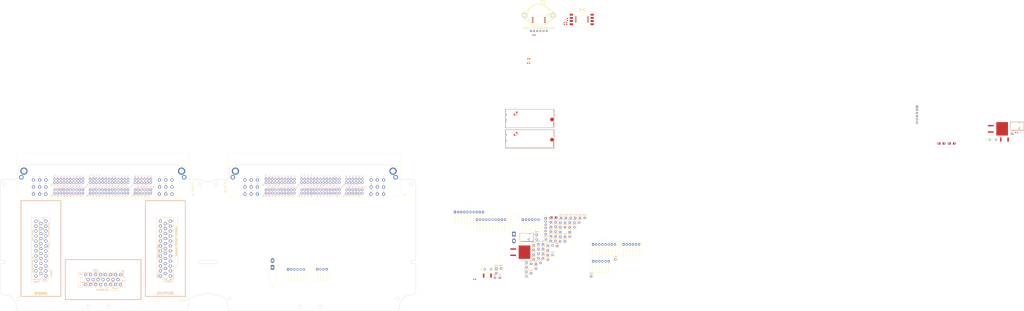
<source format=kicad_pcb>
(kicad_pcb (version 20210824) (generator pcbnew)
  (title_block (title "proteusM73tu") (date "2021-09-26") (rev "a"))
  (layers (0 "F.Cu" signal) (31 "B.Cu" signal) (34 "B.Paste" user) (35 "F.Paste" user) (36 "B.SilkS" user "B.Silkscreen") (37 "F.SilkS" user "F.Silkscreen") (38 "B.Mask" user) (39 "F.Mask" user) (44 "Edge.Cuts" user))
  (net 0 "")
  (net 1 "GND")
  (net 2 "/12V_MR")
  (net 3 "/12V_RAW")
  (net 4 "/WBO_H-")
  (net 5 "/WBO_R_Trim")
  (net 6 "/WBO_Ip")
  (net 7 "/WBO_Vs{slash}Ip")
  (net 8 "/WBO_Vs")
  (net 9 "Net-(J3-Pad1)")
  (net 10 "Net-(J3-Pad2)")
  (net 11 "Net-(J3-Pad4)")
  (net 12 "Net-(J3-Pad5)")
  (net 14 "/OUT_IGN1")
  (net 15 "Net-(Q1-Pad1)")
  (net 16 "/GATE_IGN1")
  (net 17 "/ETB1-")
  (net 18 "/ETB1+")
  (net 19 "/ETB2-")
  (net 20 "/ETB2+")
  (net 21 "/CAN_L")
  (net 22 "/CAN_H")
  (net 23 "/OUT_INJ1")
  (net 24 "/OUT_INJ3")
  (net 25 "/OUT_INJ5")
  (net 26 "/OUT_INJ6")
  (net 27 "/OUT_INJ7")
  (net 28 "/OUT_INJ9")
  (net 29 "/OUT_INJ11")
  (net 30 "/OUT_INJ2")
  (net 31 "/OUT_INJ4")
  (net 32 "/OUT_INJ8")
  (net 33 "/OUT_INJ10")
  (net 34 "/OUT_INJ12")
  (net 35 "/IN_CLT")
  (net 36 "Net-(BRD1-PadA1)")
  (net 37 "Net-(BRD1-PadA2)")
  (net 38 "/OUT_MAIN_RELAY")
  (net 39 "/OUT_STARTER_EN")
  (net 40 "Net-(BRD1-PadA13)")
  (net 41 "Net-(BRD1-PadA14)")
  (net 42 "/GATE_IGN7")
  (net 43 "/IN_CAM")
  (net 44 "Net-(BRD1-PadB4)")
  (net 45 "/IN_CRANK+")
  (net 46 "Net-(BRD1-PadB10)")
  (net 47 "Net-(BRD1-PadB11)")
  (net 48 "Net-(BRD1-PadB12)")
  (net 49 "/IN_CRANK-")
  (net 50 "Net-(BRD1-PadB21)")
  (net 51 "Net-(BRD1-PadB22)")
  (net 52 "Net-(BRD1-PadC11)")
  (net 53 "Net-(BRD1-PadC12)")
  (net 54 "Net-(BRD1-PadC18)")
  (net 55 "Net-(BRD1-PadC19)")
  (net 56 "Net-(BRD1-PadC20)")
  (net 57 "/IN_IAT")
  (net 58 "/IN_KNOCK1")
  (net 59 "/IN_KNOCK2")
  (net 60 "Net-(F1-Pad1)")
  (net 61 "/OUT_IGN7")
  (net 62 "+5VA")
  (net 63 "Net-(J8-PadA7)")
  (net 64 "Net-(J8-PadA8)")
  (net 65 "Net-(J8-PadC3)")
  (net 66 "Net-(J8-PadC14)")
  (net 67 "Net-(J8-PadC18)")
  (net 68 "Net-(J8-PadC20)")
  (net 69 "Net-(J8-PadC23)")
  (net 70 "Net-(J8-PadC32)")
  (net 71 "Net-(J8-PadC36)")
  (net 72 "Net-(J8-PadC46)")
  (net 73 "Net-(J8-PadC49)")
  (net 74 "Net-(J8-PadD6)")
  (net 75 "Net-(J8-PadD10)")
  (net 76 "Net-(J8-PadD26)")
  (net 77 "Net-(J8-PadD36)")
  (net 78 "Net-(J8-PadD37)")
  (net 79 "Net-(J8-PadD40)")
  (net 80 "Net-(J9-PadA7)")
  (net 81 "Net-(J9-PadB3)")
  (net 82 "Net-(J9-PadB4)")
  (net 83 "Net-(J9-PadB7)")
  (net 84 "Net-(J9-PadB8)")
  (net 85 "Net-(J9-PadB9)")
  (net 86 "Net-(J9-PadB10)")
  (net 87 "Net-(J9-PadB11)")
  (net 88 "Net-(J9-PadB15)")
  (net 89 "Net-(J9-PadB17)")
  (net 90 "Net-(J9-PadB18)")
  (net 91 "Net-(J9-PadB19)")
  (net 92 "Net-(J9-PadC3)")
  (net 93 "Net-(J9-PadC14)")
  (net 94 "Net-(J9-PadC18)")
  (net 95 "Net-(J9-PadC23)")
  (net 96 "Net-(J9-PadC52)")
  (net 97 "Net-(J9-PadD3)")
  (net 98 "Net-(J9-PadD6)")
  (net 99 "Net-(J9-PadD10)")
  (net 100 "Net-(J9-PadD17)")
  (net 101 "Net-(J9-PadD29)")
  (net 102 "Net-(J9-PadD30)")
  (net 103 "Net-(J9-PadD34)")
  (net 104 "Net-(J9-PadD36)")
  (net 105 "Net-(J9-PadD37)")
  (net 106 "Net-(J13-Pad1)")
  (net 107 "Net-(J13-Pad2)")
  (net 108 "Net-(J13-Pad4)")
  (net 109 "Net-(J13-Pad5)")
  (net 110 "Net-(Q2-Pad1)")
  (net 111 "Net-(M1-PadJ2)")
  (net 112 "/IN_BARO")
  (net 113 "/IN_TPS1_2")
  (net 114 "/IN_TPS2_2")
  (net 115 "Net-(M2-PadV2)")
  (net 116 "Net-(M2-PadV5)")
  (net 117 "Net-(M2-PadV6)")
  (net 118 "Net-(M3-PadJ1)")
  (net 119 "/IN_PPS2")
  (net 120 "/IN_TPS1_1")
  (net 121 "/IN_TPS2_1")
  (net 122 "/IN_PPS1")
  (net 123 "Net-(F4-Pad1)")
  (net 124 "Net-(M1-PadW2)")
  (net 125 "Net-(M1-PadW3)")
  (net 126 "Net-(M1-PadW4)")
  (net 132 "/IN_MAP")
  (net 133 "/OUT_FAN_RELAY")
  (net 134 "/GATE_IGN3")
  (net 135 "/OUT_FUEL_PUMP")
  (net 136 "/GATE_IGN12")
  (net 137 "/GATE_IGN11")
  (net 138 "/GATE_IGN10")
  (net 139 "/GATE_IGN9")
  (net 140 "/GATE_IGN8")
  (net 141 "/GATE_IGN6")
  (net 142 "/GATE_IGN5")
  (net 143 "/GATE_IGN4")
  (net 144 "/GATE_IGN2")
  (net 145 "/IN_START_BTN")
  (net 146 "/IN_D4")
  (net 147 "/IN_D5")
  (net 148 "/IN_AV10")
  (footprint "Package_TO_SOT_SMD:TO-263-2" (layer "F.Cu") (at 474.465 158.895)
    (fp_text reference "Q2")
    (fp_text value "ISL9V3040S3S")
  )
  (footprint "hellen-one-common:PAD-TH" (layer "F.Cu") (at 495.14 148.66)
    (fp_text reference "P18")
    (fp_text value "Pad" hide)
  )
  (footprint "Connector_Molex:Molex_Mini-Fit_Jr_5569-02A2_2x01_P4.20mm_Horizontal" (layer "F.Cu") (at 275.3 171.125 180)
    (fp_text reference "J1")
    (fp_text value "Conn_01x02")
  )
  (footprint "hellen-one-common:PAD-TH" (layer "F.Cu") (at 502.84 142.23)
    (fp_text reference "P47")
    (fp_text value "Pad" hide)
  )
  (footprint "hellen-one-common:PAD-TH" (layer "F.Cu") (at 485.2 156.97)
    (fp_text reference "P51")
    (fp_text value "Pad" hide)
  )
  (footprint "hellen-one-common:PAD-TH" (layer "F.Cu") (at 550.865 164.755)
    (fp_text reference "P67")
    (fp_text value "Pad" hide)
  )
  (footprint "Connector_JST:JST_XH_S6B-XH-A_1x06_P2.50mm_Horizontal" (layer "F.Cu") (at 557.45 152.64)
    (fp_text reference "J17")
    (fp_text value "XH-6AW")
  )
  (footprint "Connector_PinHeader_2.54mm:PinHeader_1x06_P2.54mm_Vertical" (layer "F.Cu") (at 793.31 41.995)
    (fp_text reference "J3")
    (fp_text value "Conn_01x06")
  )
  (footprint "Package_TO_SOT_SMD:TO-263-2" (layer "F.Cu") (at 858.355 59.745)
    (fp_text reference "Q1")
    (fp_text value "ISL9V3040S3S")
  )
  (footprint "Connector_JST:JST_XH_S4B-XH-A_1x04_P2.50mm_Horizontal" (layer "F.Cu") (at 311.35 172.55)
    (fp_text reference "J6")
    (fp_text value "XH-4AW")
  )
  (footprint "hellen-one-common:PAD-TH" (layer "F.Cu") (at 869.79 63.79)
    (fp_text reference "P1")
    (fp_text value "Pad" hide)
  )
  (footprint "hellen-one-common:PAD-TH" (layer "F.Cu") (at 514.18 146.43)
    (fp_text reference "P8")
    (fp_text value "Pad" hide)
  )
  (footprint "hellen-one-common:PAD-TH" (layer "F.Cu") (at 526.22 131.31)
    (fp_text reference "P36")
    (fp_text value "Pad" hide)
  )
  (footprint "hellen-one-common:R0603" (layer "F.Cu") (at 509.8 -24.84 90)
    (fp_text reference "R5")
    (fp_text value "51k" hide)
  )
  (footprint "Connector_JST:JST_XH_S6B-XH-A_1x06_P2.50mm_Horizontal" (layer "F.Cu") (at 287.85 172.75)
    (fp_text reference "J5")
    (fp_text value "XH-6AW")
  )
  (footprint "hellen-one-common:PAD-TH" (layer "F.Cu") (at 486.97 168.31)
    (fp_text reference "P19")
    (fp_text value "Pad" hide)
  )
  (footprint "Resistor_SMD:R_2512_6332Metric" (layer "F.Cu") (at 863.555 68.365)
    (fp_text reference "R2")
    (fp_text value "DNP")
  )
  (footprint "hellen-one-common:PAD-TH" (layer "F.Cu") (at 488.98 160)
    (fp_text reference "P54")
    (fp_text value "Pad" hide)
  )
  (footprint "hellen-one-common:PAD-TH" (layer "F.Cu") (at 455.21 175.74)
    (fp_text reference "P69")
    (fp_text value "Pad" hide)
  )
  (footprint "hellen-one-common:PAD-TH" (layer "F.Cu") (at 506.62 142.65)
    (fp_text reference "P7")
    (fp_text value "Pad" hide)
  )
  (footprint "hellen-one-common:C0603" (layer "F.Cu") (at 511.74 -24.93 -90)
    (fp_text reference "C2")
    (fp_text value "47p" hide)
  )
  (footprint "Connector_JST:JST_XH_S8B-XH-A_1x08_P2.50mm_Horizontal" (layer "F.Cu") (at 533 152.64)
    (fp_text reference "J19")
    (fp_text value "XH-8AW")
  )
  (footprint "hellen-one-can-0.1:can" (layer "F.Cu") (at 867.95 61.156674)
    (fp_text reference "M2" hide)
    (fp_text value "Module-can-0.1" hide)
  )
  (footprint "hellen-one-common:PAD-TH" (layer "F.Cu") (at 485.2 160.75)
    (fp_text reference "P45")
    (fp_text value "Pad" hide)
  )
  (footprint "hellen-one-common:C0603" (layer "F.Cu") (at 485.46 -15.62)
    (fp_text reference "C3")
    (fp_text value "100n" hide)
  )
  (footprint "hellen-one-common:PAD-TH" (layer "F.Cu") (at 458.99 171.96)
    (fp_text reference "P38")
    (fp_text value "Pad" hide)
  )
  (footprint "hellen-one-common:R0603" (layer "F.Cu") (at 437.82 180.796595)
    (fp_text reference "R3")
    (fp_text value "22" hide)
  )
  (footprint "hellen-one-common:PAD-TH" (layer "F.Cu") (at 486.97 172.09)
    (fp_text reference "P20")
    (fp_text value "Pad" hide)
  )
  (footprint "hellen-one-common:PAD-TH" (layer "F.Cu") (at 510.26 150.21)
    (fp_text reference "P31")
    (fp_text value "Pad" hide)
  )
  (footprint "hellen-one-common:C0603" (layer "F.Cu") (at 481.320001 3.4 180)
    (fp_text reference "C4")
    (fp_text value "47p" hide)
  )
  (footprint "hellen-one-common:PAD-TH" (layer "F.Cu") (at 499.06 134.67)
    (fp_text reference "P39")
    (fp_text value "Pad" hide)
  )
  (footprint "hellen-one-common:PAD-TH" (layer "F.Cu") (at 506.62 135.09)
    (fp_text reference "P73")
    (fp_text value "Pad" hide)
  )
  (footprint "hellen-one-common:PAD-TH" (layer "F.Cu") (at 498.92 149.79)
    (fp_text reference "P24")
    (fp_text value "Pad" hide)
  )
  (footprint "hellen-one-common:PAD-TH" (layer "F.Cu") (at 506.62 138.87)
    (fp_text reference "P37")
    (fp_text value "Pad" hide)
  )
  (footprint "hellen-one-common:PAD-TH" (layer "F.Cu") (at 483.19 168.31)
    (fp_text reference "P62")
    (fp_text value "Pad" hide)
  )
  (footprint "hellen-one-common:PAD-TH" (layer "F.Cu") (at 514.88 131.31)
    (fp_text reference "P49")
    (fp_text value "Pad" hide)
  )
  (footprint "hellen-one-common:PAD-TH" (layer "F.Cu") (at 455.21 171.96)
    (fp_text reference "P26")
    (fp_text value "Pad" hide)
  )
  (footprint "hellen-one-common:PAD-TH" (layer "F.Cu") (at 531.415 178.305)
    (fp_text reference "P68")
    (fp_text value "Pad" hide)
  )
  (footprint "hellen-one-common:PAD-TH" (layer "F.Cu") (at 504.1 153.99)
    (fp_text reference "P30")
    (fp_text value "Pad" hide)
  )
  (footprint "hellen-one-common:PAD-TH" (layer "F.Cu") (at 492.76 163.78)
    (fp_text reference "P55")
    (fp_text value "Pad" hide)
  )
  (footprint "hellen-one-common:PAD-TH" (layer "F.Cu") (at 457.98 179.52)
    (fp_text reference "P5")
    (fp_text value "Pad" hide)
  )
  (footprint "hellen-one-common:PAD-TH" (layer "F.Cu") (at 479.41 166.96)
    (fp_text reference "P27")
    (fp_text value "Pad" hide)
  )
  (footprint "hellen-one-common:PAD-TH" (layer "F.Cu") (at 517.96 138.87)
    (fp_text reference "P29")
    (fp_text value "Pad" hide)
  )
  (footprint "kicad6-libraries:MPX_SOP_SSOP" (layer "F.Cu") (at 523.86 -28.16)
    (fp_text reference "U1")
    (fp_text value "MPXxx6115A")
  )
  (footprint "Connector_JST:JST_XH_S10B-XH-A_1x10_P2.50mm_Horizontal" (layer "F.Cu") (at 421.95 126.65)
    (fp_text reference "J7")
    (fp_text value "XH-10AW")
  )
  (footprint "hellen-one-common:PAD-TH" (layer "F.Cu") (at 487.58 144.86)
    (fp_text reference "P50")
    (fp_text value "Pad" hide)
  )
  (footprint "hellen-one-common:PAD-TH" (layer "F.Cu") (at 454.2 179.52)
    (fp_text reference "P66")
    (fp_text value "Pad" hide)
  )
  (footprint "hellen-one-common:36911600000" (layer "F.Cu") (at 448.47 172.67)
    (fp_text reference "F5")
    (fp_text value "10A" hide)
  )
  (footprint "hellen-one-common:PAD-TH" (layer "F.Cu") (at 485.2 153.19)
    (fp_text reference "P15")
    (fp_text value "Pad" hide)
  )
  (footprint "hellen-one-common:PAD-TH" (layer "F.Cu") (at 502.7 149.79)
    (fp_text reference "P48")
    (fp_text value "Pad" hide)
  )
  (footprint "kicad6-libraries:TE_7-967288-1" (layer "F.Cu") (at 139.19 96.879)
    (fp_text reference "J8")
    (fp_text value "7-967288-1" hide)
  )
  (footprint "hellen-one-common:PAD-TH" (layer "F.Cu") (at 496.54 157.35)
    (fp_text reference "P17")
    (fp_text value "Pad" hide)
  )
  (footprint "hellen-one-common:36911600000" (layer "F.Cu") (at 854.36 68.52)
    (fp_text reference "F3")
    (fp_text value "10A" hide)
  )
  (footprint "hellen-one-common:PAD-TH" (layer "F.Cu") (at 499.06 142.23)
    (fp_text reference "P58")
    (fp_text value "Pad" hide)
  )
  (footprint "hellen-one-common:PAD-TH" (layer "F.Cu") (at 502.84 146.01)
    (fp_text reference "P33")
    (fp_text value "Pad" hide)
  )
  (footprint "Connector_PinHeader_2.54mm:PinHeader_1x06_P2.54mm_Vertical" (layer "F.Cu") (at 494.845 131.745)
    (fp_text reference "J13")
    (fp_text value "Conn_01x06")
  )
  (footprint "hellen-one-common:PAD-TH" (layer "F.Cu") (at 517.96 135.09)
    (fp_text reference "P59")
    (fp_text value "Pad" hide)
  )
  (footprint "hellen-one-common:PAD-TH" (layer "F.Cu") (at 496.54 153.57)
    (fp_text reference "P13")
    (fp_text value "Pad" hide)
  )
  (footprint "hellen-one-common:PAD-TH" (layer "F.Cu") (at 521.74 135.09)
    (fp_text reference "P14")
    (fp_text value "Pad" hide)
  )
  (footprint "hellen-one-common:PAD-TH" (layer "F.Cu") (at 479.41 170.74)
    (fp_text reference "P65")
    (fp_text value "Pad" hide)
  )
  (footprint "hellen-one-common:PAD-1206-PAD" (layer "F.Cu") (at 813.04 71.6)
    (fp_text reference "F2")
    (fp_text value "Fuse-Pad-Pad" hide)
  )
  (footprint "hellen-one-common:PAD-TH" (layer "F.Cu") (at 500.32 161.13)
    (fp_text reference "P12")
    (fp_text value "Pad" hide)
  )
  (footprint "Resistor_SMD:R_2512_6332Metric" (layer "F.Cu") (at 447.965 177.715)
    (fp_text reference "R4")
    (fp_text value "DNP")
  )
  (footprint "hellen-one-common:PAD-TH" (layer "F.Cu") (at 496.54 161.13)
    (fp_text reference "P32")
    (fp_text value "Pad" hide)
  )
  (footprint "hellen-one-can-0.1:can" (layer "F.Cu") (at 473.82 150.556674)
    (fp_text reference "M4" hide)
    (fp_text value "Module-can-0.1" hide)
  )
  (footprint "Connector_Molex:Molex_Mini-Fit_Jr_5569-02A2_2x01_P4.20mm_Horizontal" (layer "F.Cu") (at 469.345 144.345)
    (fp_text reference "J2")
    (fp_text value "Conn_01x02")
  )
  (footprint "hellen-one-common:PAD-TH" (layer "F.Cu") (at 514.18 138.87)
    (fp_text reference "P6")
    (fp_text value "Pad" hide)
  )
  (footprint "hellen-one-common:PAD-1206-PAD" (layer "F.Cu") (at 501.3 131.1)
    (fp_text reference "F4")
    (fp_text value "Fuse-Pad-Pad" hide)
  )
  (footprint "hellen-one-common:PAD-TH" (layer "F.Cu") (at 492.76 160)
    (fp_text reference "P42")
    (fp_text value "Pad" hide)
  )
  (footprint "hellen-one-common:PAD-TH" (layer "F.Cu") (at 492.76 156.22)
    (fp_text reference "P63")
    (fp_text value "Pad" hide)
  )
  (footprint "Connector_JST:JST_XH_S6B-XH-A_1x06_P2.50mm_Horizontal" (layer "F.Cu") (at 533 166.19)
    (fp_text reference "J16")
    (fp_text value "XH-6AW")
  )
  (footprint "hellen-one-common:PAD-TH" (layer "F.Cu") (at 488.98 152.44)
    (fp_text reference "P35")
    (fp_text value "Pad" hide)
  )
  (footprint "hellen-one-wbo-0.3:wbo" (layer "F.Cu") (at 462.4 75.35)
    (fp_text reference "M3" hide)
    (fp_text value "Module-wbo-0.3" hide)
  )
  (footprint "hellen-one-common:PAD-TH" (layer "F.Cu") (at 500.32 153.57)
    (fp_text reference "P21")
    (fp_text value "Pad" hide)
  )
  (footprint "kicad6-libraries:proteus" (layer "F.Cu") (at 206.640001 116 180)
    (fp_text reference "BRD1")
    (fp_text value "proteus")
  )
  (footprint "Connector_JST:JST_XH_S6B-XH-A_1x06_P2.50mm_Horizontal" (layer "F.Cu") (at 476.545 132.745)
    (fp_text reference "J4")
    (fp_text value "XH-6AW")
  )
  (footprint "Connector_JST:JST_XH_S10B-XH-A_1x10_P2.50mm_Horizontal" (layer "F.Cu") (at 439.645 132.745)
    (fp_text reference "J10")
    (fp_text value "XH-10AW")
  )
  (footprint "hellen-one-common:PAD-1206-PAD" (layer "F.Cu") (at 821.3 71.6)
    (fp_text reference "F1")
    (fp_text value "Fuse-Pad-Pad" hide)
  )
  (footprint "hellen-one-common:PAD-TH" (layer "F.Cu") (at 499.06 138.45)
    (fp_text reference "P70")
    (fp_text value "Pad" hide)
  )
  (footprint "hellen-one-common:R0603" (layer "F.Cu") (at 481.120001 6.93)
    (fp_text reference "R6")
    (fp_text value "51k" hide)
  )
  (footprint "hellen-one-common:PAD-TH" (layer "F.Cu") (at 479.41 174.52)
    (fp_text reference "P25")
    (fp_text value "Pad" hide)
  )
  (footprint "hellen-one-common:PAD-TH" (layer "F.Cu") (at 502.84 134.67)
    (fp_text reference "P71")
    (fp_text value "Pad" hide)
  )
  (footprint "hellen-one-common:PAD-TH" (layer "F.Cu") (at 499.06 146.01)
    (fp_text reference "P16")
    (fp_text value "Pad" hide)
  )
  (footprint "hellen-one-common:PAD-TH" (layer "F.Cu") (at 483.19 175.87)
    (fp_text reference "P57")
    (fp_text value "Pad" hide)
  )
  (footprint "hellen-one-common:PAD-TH" (layer "F.Cu") (at 496.54 164.91)
    (fp_text reference "P9")
    (fp_text value "Pad" hide)
  )
  (footprint "hellen-one-common:PAD-TH" (layer "F.Cu") (at 510.4 138.87)
    (fp_text reference "P44")
    (fp_text value "Pad" hide)
  )
  (footprint "hellen-one-common:PAD-TH" (layer "F.Cu") (at 518.66 131.31)
    (fp_text reference "P74")
    (fp_text value "Pad" hide)
  )
  (footprint "hellen-one-common:C0603" (layer "F.Cu") (at 512.34 -28.13 90)
    (fp_text reference "C1")
    (fp_text value "100n" hide)
  )
  (footprint "hellen-one-common:PAD-TH" (layer "F.Cu") (at 506.48 150.21)
    (fp_text reference "P11")
    (fp_text value "Pad" hide)
  )
  (footprint "hellen-one-common:PAD-TH" (layer "F.Cu") (at 507.32 131.31)
    (fp_text reference "P10")
    (fp_text value "Pad" hide)
  )
  (footprint "hellen-one-common:PAD-TH" (layer "F.Cu") (at 514.18 135.09)
    (fp_text reference "P46")
    (fp_text value "Pad" hide)
  )
  (footprint "hellen-one-common:PAD-TH" (layer "F.Cu") (at 479.41 178.3)
    (fp_text reference "P56")
    (fp_text value "Pad" hide)
  )
  (footprint "hellen-one-common:R0603" (layer "F.Cu") (at 873.33 62.876595)
    (fp_text reference "R1")
    (fp_text value "22" hide)
  )
  (footprint "kicad6-libraries:MPX-4_MAP" (layer "F.Cu") (at 489.325499 -35.344486)
    (fp_text reference "U2")
    (fp_text value "MPX4/MPXH6400_MAP")
  )
  (footprint "hellen-one-common:PAD-TH" (layer "F.Cu") (at 511.1 131.31)
    (fp_text reference "P52")
    (fp_text value "Pad" hide)
  )
  (footprint "kicad6-libraries:TE_7-967288-1" (layer "F.Cu") (at 309.185 96.879)
    (fp_text reference "J9")
    (fp_text value "7-967288-1" hide)
  )
  (footprint "hellen-one-common:PAD-TH" (layer "F.Cu") (at 510.4 135.09)
    (fp_text reference "P23")
    (fp_text value "Pad" hide)
  )
  (footprint "hellen-one-common:PAD-TH" (layer "F.Cu") (at 488.98 156.22)
    (fp_text reference "P41")
    (fp_text value "Pad" hide)
  )
  (footprint "hellen-one-common:PAD-TH" (layer "F.Cu") (at 514.18 142.65)
    (fp_text reference "P4")
    (fp_text value "Pad" hide)
  )
  (footprint "hellen-one-common:PAD-TH" (layer "F.Cu") (at 522.44 131.31)
    (fp_text reference "P22")
    (fp_text value "Pad" hide)
  )
  (footprint "hellen-one-wbo-0.3:wbo" (layer "F.Cu") (at 462.4 59)
    (fp_text reference "M1" hide)
    (fp_text value "Module-wbo-0.3" hide)
  )
  (footprint "hellen-one-common:PAD-TH" (layer "F.Cu") (at 506.62 146.43)
    (fp_text reference "P40")
    (fp_text value "Pad" hide)
  )
  (footprint "hellen-one-common:PAD-TH" (layer "F.Cu") (at 485.2 164.53)
    (fp_text reference "P28")
    (fp_text value "Pad" hide)
  )
  (footprint "hellen-one-common:PAD-TH" (layer "F.Cu") (at 502.84 138.45)
    (fp_text reference "P53")
    (fp_text value "Pad" hide)
  )
  (footprint "hellen-one-common:PAD-TH" (layer "F.Cu") (at 492.76 152.44)
    (fp_text reference "P64")
    (fp_text value "Pad" hide)
  )
  (footprint "hellen-one-common:PAD-TH" (layer "F.Cu") (at 510.4 146.43)
    (fp_text reference "P34")
    (fp_text value "Pad" hide)
  )
  (footprint "hellen-one-common:PAD-TH" (layer "F.Cu") (at 487.58 148.66)
    (fp_text reference "P2")
    (fp_text value "Pad" hide)
  )
  (footprint "hellen-one-common:PAD-TH" (layer "F.Cu") (at 488.98 163.78)
    (fp_text reference "P3")
    (fp_text value "Pad" hide)
  )
  (footprint "hellen-one-common:PAD-TH" (layer "F.Cu") (at 490.75 167.56)
    (fp_text reference "P43")
    (fp_text value "Pad" hide)
  )
  (gr_line (start 390.3692 102.190213) (end 388.954986 100.776) (layer "Edge.Cuts") (width 0.2))
  (gr_line (start 230.2292 193.266) (end 227.783413 193.266) (layer "Edge.Cuts") (width 0.2))
  (gr_line (start 207.5092 204.711786) (end 206.094986 206.125999) (layer "Edge.Cuts") (width 0.2))
  (gr_line (start 220.3692 191.851786) (end 226.3692 191.851786) (layer "Edge.Cuts") (width 0.2))
  (gr_circle (center 240.8692 196.371179) (end 242.3692 196.371179) (layer "Edge.Cuts") (width 0.2) (fill none))
  (gr_line (start 60.2292 193.266) (end 57.783413 193.266) (layer "Edge.Cuts") (width 0.2))
  (gr_line (start 226.3692 102.190213) (end 227.783413 100.776) (layer "Edge.Cuts") (width 0.2))
  (gr_arc (start 218.069 166.779294) (end 218.069 165.282589) (angle -180) (layer "Edge.Cuts") (width 0.2))
  (gr_arc (start 58.6692 166.772705) (end 58.6692 168.26941) (angle -180) (layer "Edge.Cuts") (width 0.2))
  (gr_arc (start 236.524 96.234) (end 236.354 100.775999) (angle -91.8) (layer "Edge.Cuts") (width 0.2))
  (gr_line (start 240.643413 206.126) (end 376.094986 206.125999) (layer "Edge.Cuts") (width 0.2))
  (gr_arc (start 380.216112 96.223464) (end 375.6692 96.334) (angle -88.01702338) (layer "Edge.Cuts") (width 0.2))
  (gr_line (start 377.5092 202.265999) (end 377.5092 204.711786) (layer "Edge.Cuts") (width 0.2))
  (gr_line (start 207.5092 202.265999) (end 207.5092 204.711786) (layer "Edge.Cuts") (width 0.2))
  (gr_circle (center 297.6292 202.626) (end 299.1292 202.626) (layer "Edge.Cuts") (width 0.2) (fill none))
  (gr_line (start 252.4092 88.125999) (end 241.054 90.125999) (layer "Edge.Cuts") (width 0.2))
  (gr_line (start 239.2292 202.266) (end 239.2292 204.711786) (layer "Edge.Cuts") (width 0.2))
  (gr_line (start 375.6692 90.125999) (end 375.6692 96.334) (layer "Edge.Cuts") (width 0.2))
  (gr_arc (start 60.2292 202.266) (end 69.2292 202.266) (angle -90) (layer "Edge.Cuts") (width 0.2))
  (gr_line (start 388.069 165.282589) (end 390.3692 165.275999) (layer "Edge.Cuts") (width 0.2))
  (gr_line (start 71.054 90.125999) (end 71.069098 96.261248) (layer "Edge.Cuts") (width 0.2))
  (gr_line (start 241.054 90.125999) (end 241.069098 96.261248) (layer "Edge.Cuts") (width 0.2))
  (gr_line (start 220.3692 102.190213) (end 218.954986 100.776) (layer "Edge.Cuts") (width 0.2))
  (gr_arc (start 230.2292 202.266) (end 239.2292 202.266) (angle -90) (layer "Edge.Cuts") (width 0.2))
  (gr_circle (center 70.8692 196.371179) (end 72.3692 196.371179) (layer "Edge.Cuts") (width 0.2) (fill none))
  (gr_line (start 56.374 168.264) (end 56.3692 191.851786) (layer "Edge.Cuts") (width 0.2))
  (gr_line (start 70.643413 206.126) (end 206.094986 206.125999) (layer "Edge.Cuts") (width 0.2))
  (gr_arc (start 228.6692 166.772705) (end 228.6692 168.26941) (angle -180) (layer "Edge.Cuts") (width 0.2))
  (gr_line (start 69.2292 202.266) (end 69.2292 204.711786) (layer "Edge.Cuts") (width 0.2))
  (gr_line (start 69.2292 204.711786) (end 70.643413 206.125999) (layer "Edge.Cuts") (width 0.2))
  (gr_circle (center 375.8692 196.371179) (end 377.3692 196.371179) (layer "Edge.Cuts") (width 0.2) (fill none))
  (gr_line (start 227.783413 100.775999) (end 236.354 100.775999) (layer "Edge.Cuts") (width 0.2))
  (gr_line (start 218.069 168.275999) (end 228.6692 168.26941) (layer "Edge.Cuts") (width 0.2))
  (gr_line (start 377.5092 204.711786) (end 376.094986 206.125999) (layer "Edge.Cuts") (width 0.2))
  (gr_arc (start 66.524 96.234) (end 66.354 100.775999) (angle -91.8) (layer "Edge.Cuts") (width 0.2))
  (gr_circle (center 143.8292 202.626) (end 145.329199 202.626) (layer "Edge.Cuts") (width 0.2) (fill none))
  (gr_arc (start 210.216112 96.223464) (end 205.6692 96.334) (angle -88.01702338) (layer "Edge.Cuts") (width 0.2))
  (gr_line (start 82.4092 88.125999) (end 71.054 90.125999) (layer "Edge.Cuts") (width 0.2))
  (gr_line (start 388.954986 100.775999) (end 380.169247 100.771478) (layer "Edge.Cuts") (width 0.2))
  (gr_line (start 58.6692 165.276) (end 56.3692 165.276) (layer "Edge.Cuts") (width 0.2))
  (gr_line (start 205.6692 90.125999) (end 205.6692 96.334) (layer "Edge.Cuts") (width 0.2))
  (gr_circle (center 216.7692 104.275999) (end 218.2692 104.275999) (layer "Edge.Cuts") (width 0.2) (fill none))
  (gr_line (start 218.069 165.282589) (end 228.6692 165.276) (layer "Edge.Cuts") (width 0.2))
  (gr_line (start 57.783413 100.775999) (end 66.354 100.775999) (layer "Edge.Cuts") (width 0.2))
  (gr_circle (center 59.9692 104.275999) (end 61.4692 104.275999) (layer "Edge.Cuts") (width 0.2) (fill none))
  (gr_circle (center 313.8292 202.626) (end 315.329199 202.626) (layer "Edge.Cuts") (width 0.2) (fill none))
  (gr_line (start 220.3692 191.851786) (end 218.954986 193.265999) (layer "Edge.Cuts") (width 0.2))
  (gr_line (start 252.4092 88.125999) (end 364.3292 88.125999) (layer "Edge.Cuts") (width 0.2))
  (gr_line (start 218.954986 100.775999) (end 210.169247 100.771478) (layer "Edge.Cuts") (width 0.2))
  (gr_line (start 386.5092 193.265999) (end 388.954986 193.265999) (layer "Edge.Cuts") (width 0.2))
  (gr_line (start 390.3692 102.190213) (end 390.3692 165.276) (layer "Edge.Cuts") (width 0.2))
  (gr_line (start 58.6692 168.26941) (end 56.374 168.264) (layer "Edge.Cuts") (width 0.2))
  (gr_arc (start 388.069 166.779294) (end 388.069 165.282589) (angle -180) (layer "Edge.Cuts") (width 0.2))
  (gr_circle (center 386.7692 104.275999) (end 388.2692 104.275999) (layer "Edge.Cuts") (width 0.2) (fill none))
  (gr_line (start 56.369199 191.851786) (end 57.783413 193.266) (layer "Edge.Cuts") (width 0.2))
  (gr_line (start 220.3692 102.190213) (end 226.3692 102.190213) (layer "Edge.Cuts") (width 0.2))
  (gr_line (start 216.5092 193.265999) (end 218.954986 193.265999) (layer "Edge.Cuts") (width 0.2))
  (gr_circle (center 205.8692 196.371179) (end 207.3692 196.371179) (layer "Edge.Cuts") (width 0.2) (fill none))
  (gr_line (start 364.3292 88.125999) (end 375.6692 90.125999) (layer "Edge.Cuts") (width 0.2))
  (gr_line (start 82.4092 88.125999) (end 194.3292 88.125999) (layer "Edge.Cuts") (width 0.2))
  (gr_line (start 226.369199 191.851786) (end 227.783413 193.266) (layer "Edge.Cuts") (width 0.2))
  (gr_line (start 56.3692 102.190213) (end 57.783413 100.776) (layer "Edge.Cuts") (width 0.2))
  (gr_line (start 390.3692 168.276) (end 390.3692 191.851786) (layer "Edge.Cuts") (width 0.2))
  (gr_line (start 239.2292 204.711786) (end 240.643413 206.125999) (layer "Edge.Cuts") (width 0.2))
  (gr_line (start 56.3692 102.190213) (end 56.3692 165.276) (layer "Edge.Cuts") (width 0.2))
  (gr_arc (start 216.5092 202.265999) (end 216.5092 193.265999) (angle -90) (layer "Edge.Cuts") (width 0.2))
  (gr_line (start 390.3692 191.851786) (end 388.954986 193.265999) (layer "Edge.Cuts") (width 0.2))
  (gr_circle (center 229.9692 104.275999) (end 231.4692 104.275999) (layer "Edge.Cuts") (width 0.2) (fill none))
  (gr_circle (center 127.6292 202.626) (end 129.1292 202.626) (layer "Edge.Cuts") (width 0.2) (fill none))
  (gr_line (start 194.3292 88.125999) (end 205.6692 90.125999) (layer "Edge.Cuts") (width 0.2))
  (gr_line (start 388.069 168.275999) (end 390.3692 168.275999) (layer "Edge.Cuts") (width 0.2))
  (gr_arc (start 386.5092 202.265999) (end 386.5092 193.265999) (angle -90) (layer "Edge.Cuts") (width 0.2))
  (gr_text "BLACK" (at 237.2 106.7 90) (layer "F.SilkS") (effects (font (size 2 2) (thickness 0.3))))
  (gr_text "BARO" (at 524.31 -36.06) (layer "F.SilkS") (effects (font (size 1.5 1.5) (thickness 0.3))))
  (gr_text "GRAY" (at 211.4 106.6 90) (layer "F.SilkS") (effects (font (size 2 2) (thickness 0.3))))
)
</source>
